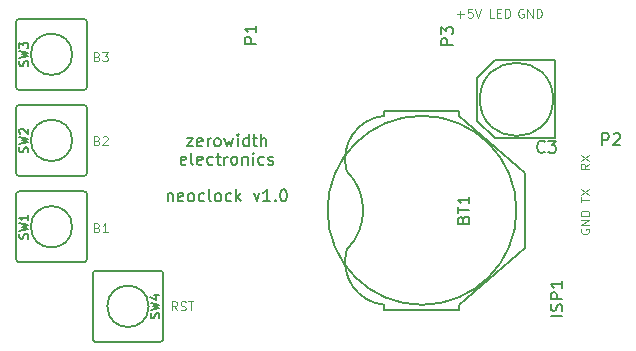
<source format=gbr>
G04 #@! TF.FileFunction,Legend,Top*
%FSLAX46Y46*%
G04 Gerber Fmt 4.6, Leading zero omitted, Abs format (unit mm)*
G04 Created by KiCad (PCBNEW (2015-03-10 BZR 5502)-product) date Monday, March 16, 2015 'PMt' 10:50:53 PM*
%MOMM*%
G01*
G04 APERTURE LIST*
%ADD10C,0.100000*%
%ADD11C,0.150000*%
G04 APERTURE END LIST*
D10*
X139116714Y-100764571D02*
X139688143Y-100764571D01*
X139402429Y-101050286D02*
X139402429Y-100478857D01*
X140402428Y-100300286D02*
X140045285Y-100300286D01*
X140009571Y-100657429D01*
X140045285Y-100621714D01*
X140116714Y-100586000D01*
X140295285Y-100586000D01*
X140366714Y-100621714D01*
X140402428Y-100657429D01*
X140438143Y-100728857D01*
X140438143Y-100907429D01*
X140402428Y-100978857D01*
X140366714Y-101014571D01*
X140295285Y-101050286D01*
X140116714Y-101050286D01*
X140045285Y-101014571D01*
X140009571Y-100978857D01*
X140652429Y-100300286D02*
X140902429Y-101050286D01*
X141152429Y-100300286D01*
X144716572Y-100336000D02*
X144645143Y-100300286D01*
X144538000Y-100300286D01*
X144430857Y-100336000D01*
X144359429Y-100407429D01*
X144323714Y-100478857D01*
X144288000Y-100621714D01*
X144288000Y-100728857D01*
X144323714Y-100871714D01*
X144359429Y-100943143D01*
X144430857Y-101014571D01*
X144538000Y-101050286D01*
X144609429Y-101050286D01*
X144716572Y-101014571D01*
X144752286Y-100978857D01*
X144752286Y-100728857D01*
X144609429Y-100728857D01*
X145073714Y-101050286D02*
X145073714Y-100300286D01*
X145502286Y-101050286D01*
X145502286Y-100300286D01*
X145859428Y-101050286D02*
X145859428Y-100300286D01*
X146038000Y-100300286D01*
X146145143Y-100336000D01*
X146216571Y-100407429D01*
X146252286Y-100478857D01*
X146288000Y-100621714D01*
X146288000Y-100728857D01*
X146252286Y-100871714D01*
X146216571Y-100943143D01*
X146145143Y-101014571D01*
X146038000Y-101050286D01*
X145859428Y-101050286D01*
X142265857Y-101050286D02*
X141908714Y-101050286D01*
X141908714Y-100300286D01*
X142515857Y-100657429D02*
X142765857Y-100657429D01*
X142873000Y-101050286D02*
X142515857Y-101050286D01*
X142515857Y-100300286D01*
X142873000Y-100300286D01*
X143194428Y-101050286D02*
X143194428Y-100300286D01*
X143373000Y-100300286D01*
X143480143Y-100336000D01*
X143551571Y-100407429D01*
X143587286Y-100478857D01*
X143623000Y-100621714D01*
X143623000Y-100728857D01*
X143587286Y-100871714D01*
X143551571Y-100943143D01*
X143480143Y-101014571D01*
X143373000Y-101050286D01*
X143194428Y-101050286D01*
X115415143Y-125815286D02*
X115165143Y-125458143D01*
X114986571Y-125815286D02*
X114986571Y-125065286D01*
X115272286Y-125065286D01*
X115343714Y-125101000D01*
X115379429Y-125136714D01*
X115415143Y-125208143D01*
X115415143Y-125315286D01*
X115379429Y-125386714D01*
X115343714Y-125422429D01*
X115272286Y-125458143D01*
X114986571Y-125458143D01*
X115700857Y-125779571D02*
X115808000Y-125815286D01*
X115986571Y-125815286D01*
X116058000Y-125779571D01*
X116093714Y-125743857D01*
X116129429Y-125672429D01*
X116129429Y-125601000D01*
X116093714Y-125529571D01*
X116058000Y-125493857D01*
X115986571Y-125458143D01*
X115843714Y-125422429D01*
X115772286Y-125386714D01*
X115736571Y-125351000D01*
X115700857Y-125279571D01*
X115700857Y-125208143D01*
X115736571Y-125136714D01*
X115772286Y-125101000D01*
X115843714Y-125065286D01*
X116022286Y-125065286D01*
X116129429Y-125101000D01*
X116343715Y-125065286D02*
X116772286Y-125065286D01*
X116558000Y-125815286D02*
X116558000Y-125065286D01*
X108632571Y-104340429D02*
X108739714Y-104376143D01*
X108775429Y-104411857D01*
X108811143Y-104483286D01*
X108811143Y-104590429D01*
X108775429Y-104661857D01*
X108739714Y-104697571D01*
X108668286Y-104733286D01*
X108382571Y-104733286D01*
X108382571Y-103983286D01*
X108632571Y-103983286D01*
X108704000Y-104019000D01*
X108739714Y-104054714D01*
X108775429Y-104126143D01*
X108775429Y-104197571D01*
X108739714Y-104269000D01*
X108704000Y-104304714D01*
X108632571Y-104340429D01*
X108382571Y-104340429D01*
X109061143Y-103983286D02*
X109525429Y-103983286D01*
X109275429Y-104269000D01*
X109382571Y-104269000D01*
X109454000Y-104304714D01*
X109489714Y-104340429D01*
X109525429Y-104411857D01*
X109525429Y-104590429D01*
X109489714Y-104661857D01*
X109454000Y-104697571D01*
X109382571Y-104733286D01*
X109168286Y-104733286D01*
X109096857Y-104697571D01*
X109061143Y-104661857D01*
X108632571Y-118818429D02*
X108739714Y-118854143D01*
X108775429Y-118889857D01*
X108811143Y-118961286D01*
X108811143Y-119068429D01*
X108775429Y-119139857D01*
X108739714Y-119175571D01*
X108668286Y-119211286D01*
X108382571Y-119211286D01*
X108382571Y-118461286D01*
X108632571Y-118461286D01*
X108704000Y-118497000D01*
X108739714Y-118532714D01*
X108775429Y-118604143D01*
X108775429Y-118675571D01*
X108739714Y-118747000D01*
X108704000Y-118782714D01*
X108632571Y-118818429D01*
X108382571Y-118818429D01*
X109525429Y-119211286D02*
X109096857Y-119211286D01*
X109311143Y-119211286D02*
X109311143Y-118461286D01*
X109239714Y-118568429D01*
X109168286Y-118639857D01*
X109096857Y-118675571D01*
X149612000Y-118935428D02*
X149576286Y-119006857D01*
X149576286Y-119114000D01*
X149612000Y-119221143D01*
X149683429Y-119292571D01*
X149754857Y-119328286D01*
X149897714Y-119364000D01*
X150004857Y-119364000D01*
X150147714Y-119328286D01*
X150219143Y-119292571D01*
X150290571Y-119221143D01*
X150326286Y-119114000D01*
X150326286Y-119042571D01*
X150290571Y-118935428D01*
X150254857Y-118899714D01*
X150004857Y-118899714D01*
X150004857Y-119042571D01*
X150326286Y-118578286D02*
X149576286Y-118578286D01*
X150326286Y-118149714D01*
X149576286Y-118149714D01*
X150326286Y-117792572D02*
X149576286Y-117792572D01*
X149576286Y-117614000D01*
X149612000Y-117506857D01*
X149683429Y-117435429D01*
X149754857Y-117399714D01*
X149897714Y-117364000D01*
X150004857Y-117364000D01*
X150147714Y-117399714D01*
X150219143Y-117435429D01*
X150290571Y-117506857D01*
X150326286Y-117614000D01*
X150326286Y-117792572D01*
X149576286Y-116649428D02*
X149576286Y-116220857D01*
X150326286Y-116435143D02*
X149576286Y-116435143D01*
X149576286Y-116042285D02*
X150326286Y-115542285D01*
X149576286Y-115542285D02*
X150326286Y-116042285D01*
X108632571Y-111452429D02*
X108739714Y-111488143D01*
X108775429Y-111523857D01*
X108811143Y-111595286D01*
X108811143Y-111702429D01*
X108775429Y-111773857D01*
X108739714Y-111809571D01*
X108668286Y-111845286D01*
X108382571Y-111845286D01*
X108382571Y-111095286D01*
X108632571Y-111095286D01*
X108704000Y-111131000D01*
X108739714Y-111166714D01*
X108775429Y-111238143D01*
X108775429Y-111309571D01*
X108739714Y-111381000D01*
X108704000Y-111416714D01*
X108632571Y-111452429D01*
X108382571Y-111452429D01*
X109096857Y-111166714D02*
X109132571Y-111131000D01*
X109204000Y-111095286D01*
X109382571Y-111095286D01*
X109454000Y-111131000D01*
X109489714Y-111166714D01*
X109525429Y-111238143D01*
X109525429Y-111309571D01*
X109489714Y-111416714D01*
X109061143Y-111845286D01*
X109525429Y-111845286D01*
X150326286Y-113409000D02*
X149969143Y-113659000D01*
X150326286Y-113837572D02*
X149576286Y-113837572D01*
X149576286Y-113551857D01*
X149612000Y-113480429D01*
X149647714Y-113444714D01*
X149719143Y-113409000D01*
X149826286Y-113409000D01*
X149897714Y-113444714D01*
X149933429Y-113480429D01*
X149969143Y-113551857D01*
X149969143Y-113837572D01*
X149576286Y-113159000D02*
X150326286Y-112659000D01*
X149576286Y-112659000D02*
X150326286Y-113159000D01*
D11*
X116229238Y-111252714D02*
X116753048Y-111252714D01*
X116229238Y-111919381D01*
X116753048Y-111919381D01*
X117514953Y-111871762D02*
X117419715Y-111919381D01*
X117229238Y-111919381D01*
X117134000Y-111871762D01*
X117086381Y-111776524D01*
X117086381Y-111395571D01*
X117134000Y-111300333D01*
X117229238Y-111252714D01*
X117419715Y-111252714D01*
X117514953Y-111300333D01*
X117562572Y-111395571D01*
X117562572Y-111490810D01*
X117086381Y-111586048D01*
X117991143Y-111919381D02*
X117991143Y-111252714D01*
X117991143Y-111443190D02*
X118038762Y-111347952D01*
X118086381Y-111300333D01*
X118181619Y-111252714D01*
X118276858Y-111252714D01*
X118753048Y-111919381D02*
X118657810Y-111871762D01*
X118610191Y-111824143D01*
X118562572Y-111728905D01*
X118562572Y-111443190D01*
X118610191Y-111347952D01*
X118657810Y-111300333D01*
X118753048Y-111252714D01*
X118895906Y-111252714D01*
X118991144Y-111300333D01*
X119038763Y-111347952D01*
X119086382Y-111443190D01*
X119086382Y-111728905D01*
X119038763Y-111824143D01*
X118991144Y-111871762D01*
X118895906Y-111919381D01*
X118753048Y-111919381D01*
X119419715Y-111252714D02*
X119610191Y-111919381D01*
X119800668Y-111443190D01*
X119991144Y-111919381D01*
X120181620Y-111252714D01*
X120562572Y-111919381D02*
X120562572Y-111252714D01*
X120562572Y-110919381D02*
X120514953Y-110967000D01*
X120562572Y-111014619D01*
X120610191Y-110967000D01*
X120562572Y-110919381D01*
X120562572Y-111014619D01*
X121467334Y-111919381D02*
X121467334Y-110919381D01*
X121467334Y-111871762D02*
X121372096Y-111919381D01*
X121181619Y-111919381D01*
X121086381Y-111871762D01*
X121038762Y-111824143D01*
X120991143Y-111728905D01*
X120991143Y-111443190D01*
X121038762Y-111347952D01*
X121086381Y-111300333D01*
X121181619Y-111252714D01*
X121372096Y-111252714D01*
X121467334Y-111300333D01*
X121800667Y-111252714D02*
X122181619Y-111252714D01*
X121943524Y-110919381D02*
X121943524Y-111776524D01*
X121991143Y-111871762D01*
X122086381Y-111919381D01*
X122181619Y-111919381D01*
X122514953Y-111919381D02*
X122514953Y-110919381D01*
X122943525Y-111919381D02*
X122943525Y-111395571D01*
X122895906Y-111300333D01*
X122800668Y-111252714D01*
X122657810Y-111252714D01*
X122562572Y-111300333D01*
X122514953Y-111347952D01*
X116134000Y-113421762D02*
X116038762Y-113469381D01*
X115848285Y-113469381D01*
X115753047Y-113421762D01*
X115705428Y-113326524D01*
X115705428Y-112945571D01*
X115753047Y-112850333D01*
X115848285Y-112802714D01*
X116038762Y-112802714D01*
X116134000Y-112850333D01*
X116181619Y-112945571D01*
X116181619Y-113040810D01*
X115705428Y-113136048D01*
X116753047Y-113469381D02*
X116657809Y-113421762D01*
X116610190Y-113326524D01*
X116610190Y-112469381D01*
X117514953Y-113421762D02*
X117419715Y-113469381D01*
X117229238Y-113469381D01*
X117134000Y-113421762D01*
X117086381Y-113326524D01*
X117086381Y-112945571D01*
X117134000Y-112850333D01*
X117229238Y-112802714D01*
X117419715Y-112802714D01*
X117514953Y-112850333D01*
X117562572Y-112945571D01*
X117562572Y-113040810D01*
X117086381Y-113136048D01*
X118419715Y-113421762D02*
X118324477Y-113469381D01*
X118134000Y-113469381D01*
X118038762Y-113421762D01*
X117991143Y-113374143D01*
X117943524Y-113278905D01*
X117943524Y-112993190D01*
X117991143Y-112897952D01*
X118038762Y-112850333D01*
X118134000Y-112802714D01*
X118324477Y-112802714D01*
X118419715Y-112850333D01*
X118705429Y-112802714D02*
X119086381Y-112802714D01*
X118848286Y-112469381D02*
X118848286Y-113326524D01*
X118895905Y-113421762D01*
X118991143Y-113469381D01*
X119086381Y-113469381D01*
X119419715Y-113469381D02*
X119419715Y-112802714D01*
X119419715Y-112993190D02*
X119467334Y-112897952D01*
X119514953Y-112850333D01*
X119610191Y-112802714D01*
X119705430Y-112802714D01*
X120181620Y-113469381D02*
X120086382Y-113421762D01*
X120038763Y-113374143D01*
X119991144Y-113278905D01*
X119991144Y-112993190D01*
X120038763Y-112897952D01*
X120086382Y-112850333D01*
X120181620Y-112802714D01*
X120324478Y-112802714D01*
X120419716Y-112850333D01*
X120467335Y-112897952D01*
X120514954Y-112993190D01*
X120514954Y-113278905D01*
X120467335Y-113374143D01*
X120419716Y-113421762D01*
X120324478Y-113469381D01*
X120181620Y-113469381D01*
X120943525Y-112802714D02*
X120943525Y-113469381D01*
X120943525Y-112897952D02*
X120991144Y-112850333D01*
X121086382Y-112802714D01*
X121229240Y-112802714D01*
X121324478Y-112850333D01*
X121372097Y-112945571D01*
X121372097Y-113469381D01*
X121848287Y-113469381D02*
X121848287Y-112802714D01*
X121848287Y-112469381D02*
X121800668Y-112517000D01*
X121848287Y-112564619D01*
X121895906Y-112517000D01*
X121848287Y-112469381D01*
X121848287Y-112564619D01*
X122753049Y-113421762D02*
X122657811Y-113469381D01*
X122467334Y-113469381D01*
X122372096Y-113421762D01*
X122324477Y-113374143D01*
X122276858Y-113278905D01*
X122276858Y-112993190D01*
X122324477Y-112897952D01*
X122372096Y-112850333D01*
X122467334Y-112802714D01*
X122657811Y-112802714D01*
X122753049Y-112850333D01*
X123134001Y-113421762D02*
X123229239Y-113469381D01*
X123419715Y-113469381D01*
X123514954Y-113421762D01*
X123562573Y-113326524D01*
X123562573Y-113278905D01*
X123514954Y-113183667D01*
X123419715Y-113136048D01*
X123276858Y-113136048D01*
X123181620Y-113088429D01*
X123134001Y-112993190D01*
X123134001Y-112945571D01*
X123181620Y-112850333D01*
X123276858Y-112802714D01*
X123419715Y-112802714D01*
X123514954Y-112850333D01*
X114610190Y-115902714D02*
X114610190Y-116569381D01*
X114610190Y-115997952D02*
X114657809Y-115950333D01*
X114753047Y-115902714D01*
X114895905Y-115902714D01*
X114991143Y-115950333D01*
X115038762Y-116045571D01*
X115038762Y-116569381D01*
X115895905Y-116521762D02*
X115800667Y-116569381D01*
X115610190Y-116569381D01*
X115514952Y-116521762D01*
X115467333Y-116426524D01*
X115467333Y-116045571D01*
X115514952Y-115950333D01*
X115610190Y-115902714D01*
X115800667Y-115902714D01*
X115895905Y-115950333D01*
X115943524Y-116045571D01*
X115943524Y-116140810D01*
X115467333Y-116236048D01*
X116514952Y-116569381D02*
X116419714Y-116521762D01*
X116372095Y-116474143D01*
X116324476Y-116378905D01*
X116324476Y-116093190D01*
X116372095Y-115997952D01*
X116419714Y-115950333D01*
X116514952Y-115902714D01*
X116657810Y-115902714D01*
X116753048Y-115950333D01*
X116800667Y-115997952D01*
X116848286Y-116093190D01*
X116848286Y-116378905D01*
X116800667Y-116474143D01*
X116753048Y-116521762D01*
X116657810Y-116569381D01*
X116514952Y-116569381D01*
X117705429Y-116521762D02*
X117610191Y-116569381D01*
X117419714Y-116569381D01*
X117324476Y-116521762D01*
X117276857Y-116474143D01*
X117229238Y-116378905D01*
X117229238Y-116093190D01*
X117276857Y-115997952D01*
X117324476Y-115950333D01*
X117419714Y-115902714D01*
X117610191Y-115902714D01*
X117705429Y-115950333D01*
X118276857Y-116569381D02*
X118181619Y-116521762D01*
X118134000Y-116426524D01*
X118134000Y-115569381D01*
X118800667Y-116569381D02*
X118705429Y-116521762D01*
X118657810Y-116474143D01*
X118610191Y-116378905D01*
X118610191Y-116093190D01*
X118657810Y-115997952D01*
X118705429Y-115950333D01*
X118800667Y-115902714D01*
X118943525Y-115902714D01*
X119038763Y-115950333D01*
X119086382Y-115997952D01*
X119134001Y-116093190D01*
X119134001Y-116378905D01*
X119086382Y-116474143D01*
X119038763Y-116521762D01*
X118943525Y-116569381D01*
X118800667Y-116569381D01*
X119991144Y-116521762D02*
X119895906Y-116569381D01*
X119705429Y-116569381D01*
X119610191Y-116521762D01*
X119562572Y-116474143D01*
X119514953Y-116378905D01*
X119514953Y-116093190D01*
X119562572Y-115997952D01*
X119610191Y-115950333D01*
X119705429Y-115902714D01*
X119895906Y-115902714D01*
X119991144Y-115950333D01*
X120419715Y-116569381D02*
X120419715Y-115569381D01*
X120514953Y-116188429D02*
X120800668Y-116569381D01*
X120800668Y-115902714D02*
X120419715Y-116283667D01*
X121895906Y-115902714D02*
X122134001Y-116569381D01*
X122372097Y-115902714D01*
X123276859Y-116569381D02*
X122705430Y-116569381D01*
X122991144Y-116569381D02*
X122991144Y-115569381D01*
X122895906Y-115712238D01*
X122800668Y-115807476D01*
X122705430Y-115855095D01*
X123705430Y-116474143D02*
X123753049Y-116521762D01*
X123705430Y-116569381D01*
X123657811Y-116521762D01*
X123705430Y-116474143D01*
X123705430Y-116569381D01*
X124372096Y-115569381D02*
X124467335Y-115569381D01*
X124562573Y-115617000D01*
X124610192Y-115664619D01*
X124657811Y-115759857D01*
X124705430Y-115950333D01*
X124705430Y-116188429D01*
X124657811Y-116378905D01*
X124610192Y-116474143D01*
X124562573Y-116521762D01*
X124467335Y-116569381D01*
X124372096Y-116569381D01*
X124276858Y-116521762D01*
X124229239Y-116474143D01*
X124181620Y-116378905D01*
X124134001Y-116188429D01*
X124134001Y-115950333D01*
X124181620Y-115759857D01*
X124229239Y-115664619D01*
X124276858Y-115617000D01*
X124372096Y-115569381D01*
X147445000Y-111250000D02*
X142345000Y-111250000D01*
X142345000Y-104650000D02*
X147445000Y-104650000D01*
X140845000Y-106150000D02*
X140845000Y-109750000D01*
X140845000Y-109750000D02*
X142345000Y-111250000D01*
X140845000Y-106150000D02*
X142345000Y-104650000D01*
X147245000Y-107950000D02*
G75*
G03X147245000Y-107950000I-3100000J0D01*
G01*
X147445000Y-104650000D02*
X147445000Y-111250000D01*
X106525000Y-118745000D02*
G75*
G03X106525000Y-118745000I-1750000J0D01*
G01*
X107775000Y-115995000D02*
G75*
G03X107525000Y-115745000I-250000J0D01*
G01*
X107525000Y-121745000D02*
G75*
G03X107775000Y-121495000I0J250000D01*
G01*
X102025000Y-115745000D02*
G75*
G03X101775000Y-115995000I0J-250000D01*
G01*
X101775000Y-121495000D02*
G75*
G03X102025000Y-121745000I250000J0D01*
G01*
X101775000Y-121495000D02*
X101775000Y-115995000D01*
X102025000Y-115745000D02*
X107525000Y-115745000D01*
X107775000Y-115995000D02*
X107775000Y-121495000D01*
X107525000Y-121745000D02*
X102025000Y-121745000D01*
X106525000Y-111430000D02*
G75*
G03X106525000Y-111430000I-1750000J0D01*
G01*
X107775000Y-108680000D02*
G75*
G03X107525000Y-108430000I-250000J0D01*
G01*
X107525000Y-114430000D02*
G75*
G03X107775000Y-114180000I0J250000D01*
G01*
X102025000Y-108430000D02*
G75*
G03X101775000Y-108680000I0J-250000D01*
G01*
X101775000Y-114180000D02*
G75*
G03X102025000Y-114430000I250000J0D01*
G01*
X101775000Y-114180000D02*
X101775000Y-108680000D01*
X102025000Y-108430000D02*
X107525000Y-108430000D01*
X107775000Y-108680000D02*
X107775000Y-114180000D01*
X107525000Y-114430000D02*
X102025000Y-114430000D01*
X106525000Y-104140000D02*
G75*
G03X106525000Y-104140000I-1750000J0D01*
G01*
X107775000Y-101390000D02*
G75*
G03X107525000Y-101140000I-250000J0D01*
G01*
X107525000Y-107140000D02*
G75*
G03X107775000Y-106890000I0J250000D01*
G01*
X102025000Y-101140000D02*
G75*
G03X101775000Y-101390000I0J-250000D01*
G01*
X101775000Y-106890000D02*
G75*
G03X102025000Y-107140000I250000J0D01*
G01*
X101775000Y-106890000D02*
X101775000Y-101390000D01*
X102025000Y-101140000D02*
X107525000Y-101140000D01*
X107775000Y-101390000D02*
X107775000Y-106890000D01*
X107525000Y-107140000D02*
X102025000Y-107140000D01*
X113002000Y-125476000D02*
G75*
G03X113002000Y-125476000I-1750000J0D01*
G01*
X108252000Y-128226000D02*
G75*
G03X108502000Y-128476000I250000J0D01*
G01*
X108502000Y-122476000D02*
G75*
G03X108252000Y-122726000I0J-250000D01*
G01*
X114002000Y-128476000D02*
G75*
G03X114252000Y-128226000I0J250000D01*
G01*
X114252000Y-122726000D02*
G75*
G03X114002000Y-122476000I-250000J0D01*
G01*
X114252000Y-122726000D02*
X114252000Y-128226000D01*
X114002000Y-128476000D02*
X108502000Y-128476000D01*
X108252000Y-128226000D02*
X108252000Y-122726000D01*
X108502000Y-122476000D02*
X114002000Y-122476000D01*
X129794000Y-120650000D02*
G75*
G03X129794000Y-114046000I-3302000J3302000D01*
G01*
X129770396Y-113998804D02*
G75*
G02X132969000Y-109348270I3516104J1006904D01*
G01*
X139319000Y-109348016D02*
X144868900Y-114173000D01*
X132969000Y-108915200D02*
X139319000Y-108915200D01*
X144868900Y-120523000D02*
X144868900Y-114173000D01*
X144144000Y-117348000D02*
G75*
G03X144144000Y-117348000I-8000000J0D01*
G01*
X139319000Y-108915200D02*
X139319000Y-109347991D01*
X132969000Y-125780800D02*
X139319000Y-125780800D01*
X132969000Y-108915200D02*
X132969000Y-109347991D01*
X132969000Y-125780800D02*
X132969000Y-125348009D01*
X139319000Y-125780800D02*
X139319000Y-125348009D01*
X139319000Y-125347984D02*
X144868900Y-120523000D01*
X129770396Y-120697196D02*
G75*
G03X132969000Y-125347730I3516104J-1006904D01*
G01*
X146518334Y-112371143D02*
X146470715Y-112418762D01*
X146327858Y-112466381D01*
X146232620Y-112466381D01*
X146089762Y-112418762D01*
X145994524Y-112323524D01*
X145946905Y-112228286D01*
X145899286Y-112037810D01*
X145899286Y-111894952D01*
X145946905Y-111704476D01*
X145994524Y-111609238D01*
X146089762Y-111514000D01*
X146232620Y-111466381D01*
X146327858Y-111466381D01*
X146470715Y-111514000D01*
X146518334Y-111561619D01*
X146851667Y-111466381D02*
X147470715Y-111466381D01*
X147137381Y-111847333D01*
X147280239Y-111847333D01*
X147375477Y-111894952D01*
X147423096Y-111942571D01*
X147470715Y-112037810D01*
X147470715Y-112275905D01*
X147423096Y-112371143D01*
X147375477Y-112418762D01*
X147280239Y-112466381D01*
X146994524Y-112466381D01*
X146899286Y-112418762D01*
X146851667Y-112371143D01*
X102753571Y-119745000D02*
X102789286Y-119637857D01*
X102789286Y-119459286D01*
X102753571Y-119387857D01*
X102717857Y-119352143D01*
X102646429Y-119316428D01*
X102575000Y-119316428D01*
X102503571Y-119352143D01*
X102467857Y-119387857D01*
X102432143Y-119459286D01*
X102396429Y-119602143D01*
X102360714Y-119673571D01*
X102325000Y-119709286D01*
X102253571Y-119745000D01*
X102182143Y-119745000D01*
X102110714Y-119709286D01*
X102075000Y-119673571D01*
X102039286Y-119602143D01*
X102039286Y-119423571D01*
X102075000Y-119316428D01*
X102039286Y-119066428D02*
X102789286Y-118887857D01*
X102253571Y-118745000D01*
X102789286Y-118602142D01*
X102039286Y-118423571D01*
X102789286Y-117744999D02*
X102789286Y-118173571D01*
X102789286Y-117959285D02*
X102039286Y-117959285D01*
X102146429Y-118030714D01*
X102217857Y-118102142D01*
X102253571Y-118173571D01*
X102753571Y-112430000D02*
X102789286Y-112322857D01*
X102789286Y-112144286D01*
X102753571Y-112072857D01*
X102717857Y-112037143D01*
X102646429Y-112001428D01*
X102575000Y-112001428D01*
X102503571Y-112037143D01*
X102467857Y-112072857D01*
X102432143Y-112144286D01*
X102396429Y-112287143D01*
X102360714Y-112358571D01*
X102325000Y-112394286D01*
X102253571Y-112430000D01*
X102182143Y-112430000D01*
X102110714Y-112394286D01*
X102075000Y-112358571D01*
X102039286Y-112287143D01*
X102039286Y-112108571D01*
X102075000Y-112001428D01*
X102039286Y-111751428D02*
X102789286Y-111572857D01*
X102253571Y-111430000D01*
X102789286Y-111287142D01*
X102039286Y-111108571D01*
X102110714Y-110858571D02*
X102075000Y-110822857D01*
X102039286Y-110751428D01*
X102039286Y-110572857D01*
X102075000Y-110501428D01*
X102110714Y-110465714D01*
X102182143Y-110429999D01*
X102253571Y-110429999D01*
X102360714Y-110465714D01*
X102789286Y-110894285D01*
X102789286Y-110429999D01*
X102753571Y-105140000D02*
X102789286Y-105032857D01*
X102789286Y-104854286D01*
X102753571Y-104782857D01*
X102717857Y-104747143D01*
X102646429Y-104711428D01*
X102575000Y-104711428D01*
X102503571Y-104747143D01*
X102467857Y-104782857D01*
X102432143Y-104854286D01*
X102396429Y-104997143D01*
X102360714Y-105068571D01*
X102325000Y-105104286D01*
X102253571Y-105140000D01*
X102182143Y-105140000D01*
X102110714Y-105104286D01*
X102075000Y-105068571D01*
X102039286Y-104997143D01*
X102039286Y-104818571D01*
X102075000Y-104711428D01*
X102039286Y-104461428D02*
X102789286Y-104282857D01*
X102253571Y-104140000D01*
X102789286Y-103997142D01*
X102039286Y-103818571D01*
X102039286Y-103604285D02*
X102039286Y-103139999D01*
X102325000Y-103389999D01*
X102325000Y-103282857D01*
X102360714Y-103211428D01*
X102396429Y-103175714D01*
X102467857Y-103139999D01*
X102646429Y-103139999D01*
X102717857Y-103175714D01*
X102753571Y-103211428D01*
X102789286Y-103282857D01*
X102789286Y-103497142D01*
X102753571Y-103568571D01*
X102717857Y-103604285D01*
X113880571Y-126476000D02*
X113916286Y-126368857D01*
X113916286Y-126190286D01*
X113880571Y-126118857D01*
X113844857Y-126083143D01*
X113773429Y-126047428D01*
X113702000Y-126047428D01*
X113630571Y-126083143D01*
X113594857Y-126118857D01*
X113559143Y-126190286D01*
X113523429Y-126333143D01*
X113487714Y-126404571D01*
X113452000Y-126440286D01*
X113380571Y-126476000D01*
X113309143Y-126476000D01*
X113237714Y-126440286D01*
X113202000Y-126404571D01*
X113166286Y-126333143D01*
X113166286Y-126154571D01*
X113202000Y-126047428D01*
X113166286Y-125797428D02*
X113916286Y-125618857D01*
X113380571Y-125476000D01*
X113916286Y-125333142D01*
X113166286Y-125154571D01*
X113416286Y-124547428D02*
X113916286Y-124547428D01*
X113130571Y-124725999D02*
X113666286Y-124904571D01*
X113666286Y-124440285D01*
X139628571Y-118133714D02*
X139676190Y-117990857D01*
X139723810Y-117943238D01*
X139819048Y-117895619D01*
X139961905Y-117895619D01*
X140057143Y-117943238D01*
X140104762Y-117990857D01*
X140152381Y-118086095D01*
X140152381Y-118467048D01*
X139152381Y-118467048D01*
X139152381Y-118133714D01*
X139200000Y-118038476D01*
X139247619Y-117990857D01*
X139342857Y-117943238D01*
X139438095Y-117943238D01*
X139533333Y-117990857D01*
X139580952Y-118038476D01*
X139628571Y-118133714D01*
X139628571Y-118467048D01*
X139152381Y-117609905D02*
X139152381Y-117038476D01*
X140152381Y-117324191D02*
X139152381Y-117324191D01*
X140152381Y-116181333D02*
X140152381Y-116752762D01*
X140152381Y-116467048D02*
X139152381Y-116467048D01*
X139295238Y-116562286D01*
X139390476Y-116657524D01*
X139438095Y-116752762D01*
X148026381Y-126293381D02*
X147026381Y-126293381D01*
X147978762Y-125864810D02*
X148026381Y-125721953D01*
X148026381Y-125483857D01*
X147978762Y-125388619D01*
X147931143Y-125341000D01*
X147835905Y-125293381D01*
X147740667Y-125293381D01*
X147645429Y-125341000D01*
X147597810Y-125388619D01*
X147550190Y-125483857D01*
X147502571Y-125674334D01*
X147454952Y-125769572D01*
X147407333Y-125817191D01*
X147312095Y-125864810D01*
X147216857Y-125864810D01*
X147121619Y-125817191D01*
X147074000Y-125769572D01*
X147026381Y-125674334D01*
X147026381Y-125436238D01*
X147074000Y-125293381D01*
X148026381Y-124864810D02*
X147026381Y-124864810D01*
X147026381Y-124483857D01*
X147074000Y-124388619D01*
X147121619Y-124341000D01*
X147216857Y-124293381D01*
X147359714Y-124293381D01*
X147454952Y-124341000D01*
X147502571Y-124388619D01*
X147550190Y-124483857D01*
X147550190Y-124864810D01*
X148026381Y-123341000D02*
X148026381Y-123912429D01*
X148026381Y-123626715D02*
X147026381Y-123626715D01*
X147169238Y-123721953D01*
X147264476Y-123817191D01*
X147312095Y-123912429D01*
X122118381Y-103227095D02*
X121118381Y-103227095D01*
X121118381Y-102846142D01*
X121166000Y-102750904D01*
X121213619Y-102703285D01*
X121308857Y-102655666D01*
X121451714Y-102655666D01*
X121546952Y-102703285D01*
X121594571Y-102750904D01*
X121642190Y-102846142D01*
X121642190Y-103227095D01*
X122118381Y-101703285D02*
X122118381Y-102274714D01*
X122118381Y-101989000D02*
X121118381Y-101989000D01*
X121261238Y-102084238D01*
X121356476Y-102179476D01*
X121404095Y-102274714D01*
X151407905Y-111831381D02*
X151407905Y-110831381D01*
X151788858Y-110831381D01*
X151884096Y-110879000D01*
X151931715Y-110926619D01*
X151979334Y-111021857D01*
X151979334Y-111164714D01*
X151931715Y-111259952D01*
X151884096Y-111307571D01*
X151788858Y-111355190D01*
X151407905Y-111355190D01*
X152360286Y-110926619D02*
X152407905Y-110879000D01*
X152503143Y-110831381D01*
X152741239Y-110831381D01*
X152836477Y-110879000D01*
X152884096Y-110926619D01*
X152931715Y-111021857D01*
X152931715Y-111117095D01*
X152884096Y-111259952D01*
X152312667Y-111831381D01*
X152931715Y-111831381D01*
X138755381Y-103354095D02*
X137755381Y-103354095D01*
X137755381Y-102973142D01*
X137803000Y-102877904D01*
X137850619Y-102830285D01*
X137945857Y-102782666D01*
X138088714Y-102782666D01*
X138183952Y-102830285D01*
X138231571Y-102877904D01*
X138279190Y-102973142D01*
X138279190Y-103354095D01*
X137755381Y-102449333D02*
X137755381Y-101830285D01*
X138136333Y-102163619D01*
X138136333Y-102020761D01*
X138183952Y-101925523D01*
X138231571Y-101877904D01*
X138326810Y-101830285D01*
X138564905Y-101830285D01*
X138660143Y-101877904D01*
X138707762Y-101925523D01*
X138755381Y-102020761D01*
X138755381Y-102306476D01*
X138707762Y-102401714D01*
X138660143Y-102449333D01*
M02*

</source>
